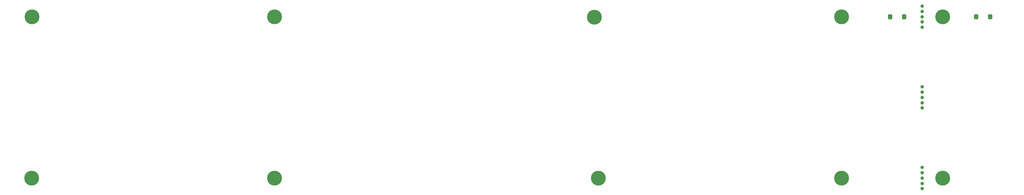
<source format=gbr>
G04 #@! TF.GenerationSoftware,KiCad,Pcbnew,(5.1.10-1-10_14)*
G04 #@! TF.CreationDate,2021-08-14T15:30:03-05:00*
G04 #@! TF.ProjectId,ori_top_plate,6f72695f-746f-4705-9f70-6c6174652e6b,rev?*
G04 #@! TF.SameCoordinates,Original*
G04 #@! TF.FileFunction,Soldermask,Bot*
G04 #@! TF.FilePolarity,Negative*
%FSLAX46Y46*%
G04 Gerber Fmt 4.6, Leading zero omitted, Abs format (unit mm)*
G04 Created by KiCad (PCBNEW (5.1.10-1-10_14)) date 2021-08-14 15:30:03*
%MOMM*%
%LPD*%
G01*
G04 APERTURE LIST*
%ADD10C,0.800000*%
%ADD11C,3.500000*%
G04 APERTURE END LIST*
D10*
X375048450Y-97631692D03*
X375048450Y-96381692D03*
X375048450Y-95131692D03*
X375048450Y-98881692D03*
X375048450Y-100131692D03*
G36*
G01*
X370270360Y-59868904D02*
X370270360Y-59168904D01*
G75*
G02*
X370520360Y-58918904I250000J0D01*
G01*
X371020360Y-58918904D01*
G75*
G02*
X371270360Y-59168904I0J-250000D01*
G01*
X371270360Y-59868904D01*
G75*
G02*
X371020360Y-60118904I-250000J0D01*
G01*
X370520360Y-60118904D01*
G75*
G02*
X370270360Y-59868904I0J250000D01*
G01*
G37*
G36*
G01*
X366970360Y-59868904D02*
X366970360Y-59168904D01*
G75*
G02*
X367220360Y-58918904I250000J0D01*
G01*
X367720360Y-58918904D01*
G75*
G02*
X367970360Y-59168904I0J-250000D01*
G01*
X367970360Y-59868904D01*
G75*
G02*
X367720360Y-60118904I-250000J0D01*
G01*
X367220360Y-60118904D01*
G75*
G02*
X366970360Y-59868904I0J250000D01*
G01*
G37*
D11*
X165497570Y-97631660D03*
X165523314Y-59518904D03*
X222647810Y-59531500D03*
X222647810Y-97631660D03*
X297920000Y-59660000D03*
X298848130Y-97631660D03*
X356023474Y-59518904D03*
X356023474Y-97618936D03*
D10*
X375048450Y-78581580D03*
X375048450Y-77331580D03*
X375048450Y-76081580D03*
X375048450Y-79831580D03*
X375048450Y-81081580D03*
X375048450Y-59518808D03*
X375048450Y-58268808D03*
X375048450Y-57018808D03*
X375048450Y-60768808D03*
X375048450Y-62018808D03*
D11*
X379836330Y-59518840D03*
X379836330Y-97659743D03*
G36*
G01*
X388211370Y-59168840D02*
X388211370Y-59868840D01*
G75*
G02*
X387961370Y-60118840I-250000J0D01*
G01*
X387461370Y-60118840D01*
G75*
G02*
X387211370Y-59868840I0J250000D01*
G01*
X387211370Y-59168840D01*
G75*
G02*
X387461370Y-58918840I250000J0D01*
G01*
X387961370Y-58918840D01*
G75*
G02*
X388211370Y-59168840I0J-250000D01*
G01*
G37*
G36*
G01*
X391511370Y-59168840D02*
X391511370Y-59868840D01*
G75*
G02*
X391261370Y-60118840I-250000J0D01*
G01*
X390761370Y-60118840D01*
G75*
G02*
X390511370Y-59868840I0J250000D01*
G01*
X390511370Y-59168840D01*
G75*
G02*
X390761370Y-58918840I250000J0D01*
G01*
X391261370Y-58918840D01*
G75*
G02*
X391511370Y-59168840I0J-250000D01*
G01*
G37*
M02*

</source>
